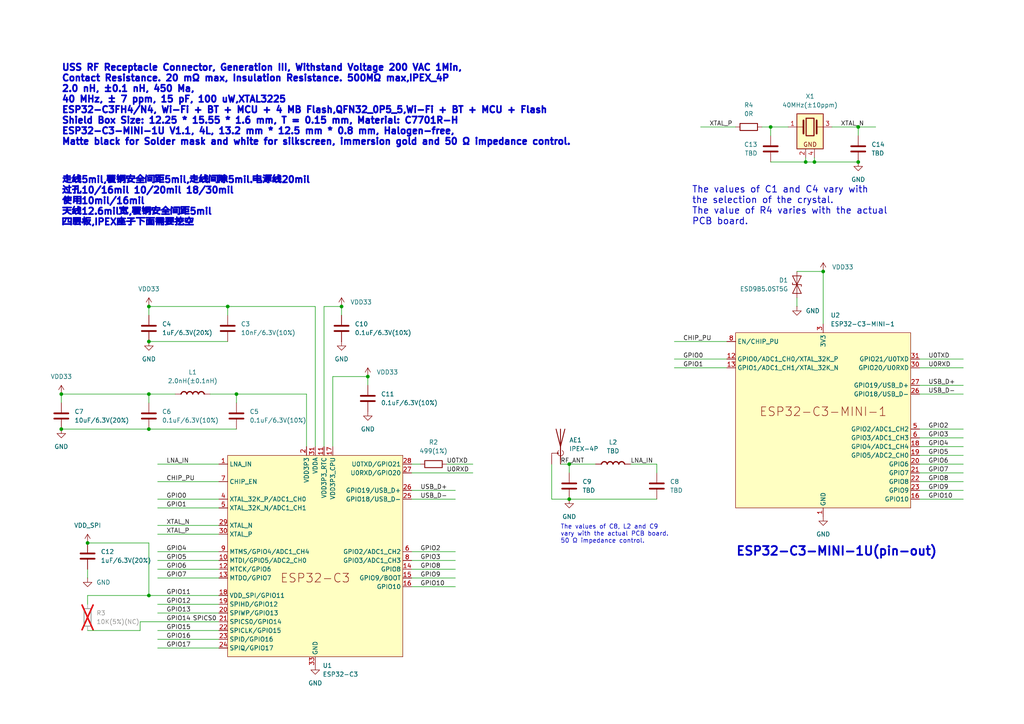
<source format=kicad_sch>
(kicad_sch (version 20250114) (generator "eeschema") (generator_version "9.0")
  (paper "A4")
  (lib_symbols
    (symbol "Device:Antenna_Shield" (pin_numbers (hide yes)) (pin_names (offset 1.016) (hide yes))
      (property "Reference" "AE" (at -1.905 4.445 0))
      (property "Value" "Antenna_Shield" (at -1.905 2.54 0))
      (symbol "Antenna_Shield_0_1"
        (arc (start 0 -2.667) (mid -0.8485 -2.1032) (end -0.508 -1.143))
        (polyline (pts (xy 0 5.08) (xy 0 -3.81)) (stroke (width 0.254)))
        (polyline (pts (xy 0 -2.54) (xy 0 0)))
        (arc (start 0.508 -1.143) (mid 0.8046 -2.0885) (end 0 -2.667))
        (polyline (pts (xy 0.762 -1.905) (xy 2.54 -1.905)))
        (circle (center 0.762 -1.905) (radius 0.1778) (fill (type outline)))
        (polyline (pts (xy 1.27 5.08) (xy 0 0) (xy -1.27 5.08)) (stroke (width 0.254)))
        (polyline (pts (xy 2.54 -2.54) (xy 2.54 -1.905)))
      )
      (symbol "Antenna_Shield_1_1"
        (pin input line (at 0 -5.08 90) (length 2.54) (name "A") (number "1"))
        (pin input line (at 2.54 -5.08 90) (length 2.54) (name "Shield") (number "2"))
      )
    )
    (symbol "Diode:ESD9B5.0ST5G" (pin_numbers (hide yes)) (pin_names (offset 1.016) (hide yes))
      (property "Reference" "D" (at 0 2.54 0))
      (property "Value" "ESD9B5.0ST5G" (at 0 -2.54 0))
      (symbol "ESD9B5.0ST5G_0_1"
        (polyline (pts (xy -2.54 -1.27) (xy 0 0) (xy -2.54 1.27) (xy -2.54 -1.27)) (stroke (width 0.2032)))
        (polyline (pts (xy 0.508 1.27) (xy 0 1.27) (xy 0 -1.27) (xy -0.508 -1.27)) (stroke (width 0.2032)))
        (polyline (pts (xy 1.27 0) (xy -1.27 0)))
        (polyline (pts (xy 2.54 1.27) (xy 2.54 -1.27) (xy 0 0) (xy 2.54 1.27)) (stroke (width 0.2032)))
      )
      (symbol "ESD9B5.0ST5G_1_1"
        (pin passive line (at -3.81 0 0) (length 2.54) (name "A1") (number "1"))
        (pin passive line (at 3.81 0 180) (length 2.54) (name "A2") (number "2"))
      )
    )
    (symbol "PCM_Capacitor_AKL:C_1206" (pin_numbers (hide yes)) (pin_names (offset 0.254))
      (property "Reference" "C" (at 0.635 2.54 0))
      (property "Value" "C_1206" (at 0.635 -2.54 0))
      (symbol "C_1206_0_1"
        (polyline (pts (xy -2.032 0.762) (xy 2.032 0.762)) (stroke (width 0.508)))
        (polyline (pts (xy -2.032 -0.762) (xy 2.032 -0.762)) (stroke (width 0.508)))
      )
      (symbol "C_1206_0_2"
        (polyline (pts (xy -2.54 -2.54) (xy -0.381 -0.381)))
        (polyline (pts (xy -0.508 -0.508) (xy -1.651 0.635)) (stroke (width 0.508)))
        (polyline (pts (xy -0.508 -0.508) (xy 0.635 -1.651)) (stroke (width 0.508)))
        (polyline (pts (xy 0.381 0.381) (xy 2.54 2.54)))
        (polyline (pts (xy 0.508 0.508) (xy -0.635 1.651)) (stroke (width 0.508)))
        (polyline (pts (xy 0.508 0.508) (xy 1.651 -0.635)) (stroke (width 0.508)))
      )
      (symbol "C_1206_1_1"
        (pin passive line (at 0 3.81 270) (length 2.794) (name "~") (number "1"))
        (pin passive line (at 0 -3.81 90) (length 2.794) (name "~") (number "2"))
      )
      (symbol "C_1206_1_2"
        (pin passive line (at -2.54 -2.54 90) (length 0) (name "~") (number "2"))
        (pin passive line (at 2.54 2.54 270) (length 0) (name "~") (number "1"))
      )
    )
    (symbol "PCM_Crystal_AKL:SMD3225-4" (pin_names (offset 1.016) (hide yes))
      (property "Reference" "X" (at 0 8.89 0))
      (property "Value" "SMD3225-4" (at 0 6.35 0))
      (symbol "SMD3225-4_0_1"
        (rectangle (start -3.81 3.81) (end 3.81 -6.35) (stroke (width 0.254)) (fill (type background)))
        (polyline (pts (xy -3.81 0) (xy -1.905 0)))
        (polyline (pts (xy -1.905 -1.905) (xy -1.905 1.905)) (stroke (width 0.508)))
        (rectangle (start -1.143 2.54) (end 1.143 -2.54) (stroke (width 0.3048)))
        (polyline (pts (xy 1.905 -1.905) (xy 1.905 1.905)) (stroke (width 0.508)))
        (polyline (pts (xy 3.81 0) (xy 1.905 0)))
        (text "GND" (at 0 -5.08 0) (effects (font (size 1.27 1.27))))
      )
      (symbol "SMD3225-4_1_1"
        (pin passive line (at -6.35 0 0) (length 2.54) (name "1") (number "1"))
        (pin passive line (at -1.27 -8.89 90) (length 2.54) (name "2") (number "2"))
        (pin passive line (at 1.27 -8.89 90) (length 2.54) (name "4") (number "4"))
        (pin passive line (at 6.35 0 180) (length 2.54) (name "3") (number "3"))
      )
    )
    (symbol "PCM_Elektuur:L" (pin_numbers (hide yes)) (pin_names (offset 0) (hide yes))
      (property "Reference" "L" (at 2.54 3.175 0))
      (property "Value" "L" (at 2.54 -3.175 0))
      (symbol "L_1_0"
        (arc (start 0 3.302) (mid 0.6604 2.5146) (end 0 1.7272) (stroke (width 0.254)))
        (arc (start 0 1.6256) (mid 0.6604 0.8382) (end 0 0.0508) (stroke (width 0.254)))
        (arc (start 0 -0.0508) (mid 0.6604 -0.8382) (end 0 -1.6256) (stroke (width 0.254)))
        (arc (start 0 -1.7272) (mid 0.6604 -2.5146) (end 0 -3.302) (stroke (width 0.254)))
        (arc (start 0 3.4036) (mid 0.762 2.5146) (end 0 1.6256) (stroke (width 0.254)))
        (arc (start 0 1.7272) (mid 0.762 0.8382) (end 0 -0.0508) (stroke (width 0.254)))
        (arc (start 0 0.0508) (mid 0.762 -0.8382) (end 0 -1.7272) (stroke (width 0.254)))
        (arc (start 0 -1.6256) (mid 0.762 -2.5146) (end 0 -3.4036) (stroke (width 0.254)))
        (polyline (pts (xy 0 3.5052) (xy 0 3.302)) (stroke (width 0.254)))
        (polyline (pts (xy 0 1.7272) (xy 0 1.6256)) (stroke (width 0.254)))
        (polyline (pts (xy 0 0.0508) (xy 0 -0.0508)) (stroke (width 0.254)))
        (polyline (pts (xy 0 -1.6256) (xy 0 -1.7272)) (stroke (width 0.254)))
        (polyline (pts (xy 0 -3.302) (xy 0 -3.5052)) (stroke (width 0.254)))
        (pin passive line (at 0 5.08 270) (length 1.5748) (name "+") (number "1"))
        (pin passive line (at 0 -5.08 90) (length 1.5748) (name "-") (number "2"))
      )
      (symbol "L_1_2"
        (rectangle (start 1.524 3.3782) (end 1.9812 -3.3782) (stroke (width 0.254)) (fill (type outline)))
      )
      (symbol "L_1_3"
        (rectangle (start 1.524 3.0988) (end 1.9812 1.9304) (stroke (width 0.254)) (fill (type outline)))
        (rectangle (start 1.524 1.4224) (end 1.9812 0.254) (stroke (width 0.254)) (fill (type outline)))
        (rectangle (start 1.524 -0.254) (end 1.9812 -1.4224) (stroke (width 0.254)) (fill (type outline)))
        (rectangle (start 1.524 -1.9304) (end 1.9812 -3.0988) (stroke (width 0.254)) (fill (type outline)))
      )
    )
    (symbol "PCM_Espressif:ESP32-C3"
      (property "Reference" "U" (at -25.4 35.56 0))
      (property "Value" "ESP32-C3" (at -25.4 33.02 0))
      (symbol "ESP32-C3_0_0"
        (text "ESP32-C3" (at 0 -5.08 0) (effects (font (size 2.54 2.54))))
        (pin bidirectional line (at -27.94 27.94 0) (length 2.54) (name "LNA_IN") (number "1"))
        (pin input line (at -27.94 22.86 0) (length 2.54) (name "CHIP_EN") (number "7"))
        (pin output line (at -27.94 17.78 0) (length 2.54) (name "XTAL_32K_P/ADC1_CH0") (number "4"))
        (pin input line (at -27.94 15.24 0) (length 2.54) (name "XTAL_32K_N/ADC1_CH1") (number "5"))
        (pin output line (at -27.94 10.16 0) (length 2.54) (name "XTAL_N") (number "29"))
        (pin input line (at -27.94 7.62 0) (length 2.54) (name "XTAL_P") (number "30"))
        (pin bidirectional line (at -27.94 2.54 0) (length 2.54) (name "MTMS/GPIO4/ADC1_CH4") (number "9"))
        (pin bidirectional line (at -27.94 0 0) (length 2.54) (name "MTDI/GPIO5/ADC2_CH0") (number "10"))
        (pin bidirectional line (at -27.94 -2.54 0) (length 2.54) (name "MTCK/GPIO6") (number "12"))
        (pin bidirectional line (at -27.94 -5.08 0) (length 2.54) (name "MTDO/GPIO7") (number "13"))
        (pin bidirectional line (at -27.94 -10.16 0) (length 2.54) (name "VDD_SPI/GPIO11") (number "18"))
        (pin bidirectional line (at -27.94 -12.7 0) (length 2.54) (name "SPIHD/GPIO12") (number "19"))
        (pin bidirectional line (at -27.94 -15.24 0) (length 2.54) (name "SPIWP/GPIO13") (number "20"))
        (pin bidirectional line (at -27.94 -17.78 0) (length 2.54) (name "SPICS0/GPIO14") (number "21"))
        (pin bidirectional line (at -27.94 -20.32 0) (length 2.54) (name "SPICLK/GPIO15") (number "22"))
        (pin bidirectional line (at -27.94 -22.86 0) (length 2.54) (name "SPID/GPIO16") (number "23"))
        (pin bidirectional line (at -27.94 -25.4 0) (length 2.54) (name "SPIQ/GPIO17") (number "24"))
        (pin power_in line (at -2.54 33.02 270) (length 2.54) (name "VDD3P3") (number "2"))
        (pin power_in line (at 0 33.02 270) (length 2.54) (name "VDDA") (number "31"))
        (pin power_in line (at 0 -30.48 90) (length 2.54) (name "GND") (number "33"))
        (pin power_in line (at 2.54 33.02 270) (length 2.54) (name "VDD3P3_RTC") (number "11"))
        (pin power_in line (at 5.08 33.02 270) (length 2.54) (name "VDD3P3_CPU") (number "17"))
        (pin bidirectional line (at 27.94 27.94 180) (length 2.54) (name "U0TXD/GPIO21") (number "28"))
        (pin bidirectional line (at 27.94 25.4 180) (length 2.54) (name "U0RXD/GPIO20") (number "27"))
        (pin bidirectional line (at 27.94 20.32 180) (length 2.54) (name "GPIO19/USB_D+") (number "26"))
        (pin bidirectional line (at 27.94 17.78 180) (length 2.54) (name "GPIO18/USB_D-") (number "25"))
        (pin bidirectional line (at 27.94 2.54 180) (length 2.54) (name "GPIO2/ADC1_CH2") (number "6"))
        (pin bidirectional line (at 27.94 0 180) (length 2.54) (name "GPIO3/ADC1_CH3") (number "8"))
        (pin bidirectional line (at 27.94 -2.54 180) (length 2.54) (name "GPIO8") (number "14"))
        (pin bidirectional line (at 27.94 -5.08 180) (length 2.54) (name "GPIO9/BOOT") (number "15"))
        (pin bidirectional line (at 27.94 -7.62 180) (length 2.54) (name "GPIO10") (number "16"))
      )
      (symbol "ESP32-C3_0_1"
        (rectangle (start -25.4 30.48) (end 25.4 -27.94) (fill (type background)))
        (pin passive line (at -2.54 33.02 270) (length 2.54) (hide yes) (name "VDD3P3") (number "3"))
        (pin passive line (at 0 33.02 270) (length 2.54) (hide yes) (name "VDDA") (number "32"))
      )
    )
    (symbol "PCM_Espressif:ESP32-C3-MINI-1"
      (property "Reference" "U" (at -25.4 30.48 0))
      (property "Value" "ESP32-C3-MINI-1" (at -25.4 27.94 0))
      (symbol "ESP32-C3-MINI-1_0_0"
        (text "ESP32-C3-MINI-1" (at 0 2.54 0) (effects (font (size 2.54 2.54))))
      )
      (symbol "ESP32-C3-MINI-1_0_1"
        (rectangle (start -25.4 25.4) (end 25.4 -25.4) (fill (type background)))
      )
      (symbol "ESP32-C3-MINI-1_1_1"
        (pin input line (at -27.94 22.86 0) (length 2.54) (name "EN/CHIP_PU") (number "8"))
        (pin bidirectional line (at -27.94 17.78 0) (length 2.54) (name "GPIO0/ADC1_CH0/XTAL_32K_P") (number "12"))
        (pin bidirectional line (at -27.94 15.24 0) (length 2.54) (name "GPIO1/ADC1_CH1/XTAL_32K_N") (number "13"))
        (pin no_connect line (at -25.4 10.16 0) (length 2.54) (hide yes) (name "NC") (number "4"))
        (pin no_connect line (at -25.4 7.62 0) (length 2.54) (hide yes) (name "NC") (number "7"))
        (pin no_connect line (at -25.4 5.08 0) (length 2.54) (hide yes) (name "NC") (number "9"))
        (pin no_connect line (at -25.4 2.54 0) (length 2.54) (hide yes) (name "NC") (number "10"))
        (pin no_connect line (at -25.4 0 0) (length 2.54) (hide yes) (name "NC") (number "15"))
        (pin no_connect line (at -25.4 -2.54 0) (length 2.54) (hide yes) (name "NC") (number "17"))
        (pin no_connect line (at -25.4 -5.08 0) (length 2.54) (hide yes) (name "NC") (number "24"))
        (pin no_connect line (at -25.4 -7.62 0) (length 2.54) (hide yes) (name "NC") (number "25"))
        (pin no_connect line (at -25.4 -10.16 0) (length 2.54) (hide yes) (name "NC") (number "28"))
        (pin no_connect line (at -25.4 -12.7 0) (length 2.54) (hide yes) (name "NC") (number "29"))
        (pin no_connect line (at -25.4 -15.24 0) (length 2.54) (hide yes) (name "NC") (number "32"))
        (pin no_connect line (at -25.4 -17.78 0) (length 2.54) (hide yes) (name "NC") (number "33"))
        (pin no_connect line (at -25.4 -20.32 0) (length 2.54) (hide yes) (name "NC") (number "34"))
        (pin no_connect line (at -25.4 -22.86 0) (length 2.54) (hide yes) (name "NC") (number "35"))
        (pin power_in line (at 0 27.94 270) (length 2.54) (name "3V3") (number "3"))
        (pin power_in line (at 0 -27.94 90) (length 2.54) (name "GND") (number "1"))
        (pin passive line (at 0 -27.94 90) (length 2.54) (hide yes) (name "GND") (number "11"))
        (pin passive line (at 0 -27.94 90) (length 2.54) (hide yes) (name "GND") (number "14"))
        (pin passive line (at 0 -27.94 90) (length 2.54) (hide yes) (name "GND") (number "2"))
        (pin passive line (at 0 -27.94 90) (length 2.54) (hide yes) (name "GND") (number "36"))
        (pin passive line (at 0 -27.94 90) (length 2.54) (hide yes) (name "GND") (number "37"))
        (pin passive line (at 0 -27.94 90) (length 2.54) (hide yes) (name "GND") (number "38"))
        (pin passive line (at 0 -27.94 90) (length 2.54) (hide yes) (name "GND") (number "39"))
        (pin passive line (at 0 -27.94 90) (length 2.54) (hide yes) (name "GND") (number "40"))
        (pin passive line (at 0 -27.94 90) (length 2.54) (hide yes) (name "GND") (number "41"))
        (pin passive line (at 0 -27.94 90) (length 2.54) (hide yes) (name "GND") (number "42"))
        (pin passive line (at 0 -27.94 90) (length 2.54) (hide yes) (name "GND") (number "43"))
        (pin passive line (at 0 -27.94 90) (length 2.54) (hide yes) (name "GND") (number "44"))
        (pin passive line (at 0 -27.94 90) (length 2.54) (hide yes) (name "GND") (number "45"))
        (pin passive line (at 0 -27.94 90) (length 2.54) (hide yes) (name "GND") (number "46"))
        (pin passive line (at 0 -27.94 90) (length 2.54) (hide yes) (name "GND") (number "47"))
        (pin passive line (at 0 -27.94 90) (length 2.54) (hide yes) (name "GND") (number "48"))
        (pin passive line (at 0 -27.94 90) (length 2.54) (hide yes) (name "GND") (number "49"))
        (pin passive line (at 0 -27.94 90) (length 2.54) (hide yes) (name "GND") (number "50"))
        (pin passive line (at 0 -27.94 90) (length 2.54) (hide yes) (name "GND") (number "51"))
        (pin passive line (at 0 -27.94 90) (length 2.54) (hide yes) (name "GND") (number "52"))
        (pin passive line (at 0 -27.94 90) (length 2.54) (hide yes) (name "GND") (number "53"))
        (pin bidirectional line (at 27.94 17.78 180) (length 2.54) (name "GPIO21/U0TXD") (number "31"))
        (pin bidirectional line (at 27.94 15.24 180) (length 2.54) (name "GPIO20/U0RXD") (number "30"))
        (pin bidirectional line (at 27.94 10.16 180) (length 2.54) (name "GPIO19/USB_D+") (number "27"))
        (pin bidirectional line (at 27.94 7.62 180) (length 2.54) (name "GPIO18/USB_D-") (number "26"))
        (pin bidirectional line (at 27.94 -2.54 180) (length 2.54) (name "GPIO2/ADC1_CH2") (number "5"))
        (pin bidirectional line (at 27.94 -5.08 180) (length 2.54) (name "GPIO3/ADC1_CH3") (number "6"))
        (pin bidirectional line (at 27.94 -7.62 180) (length 2.54) (name "GPIO4/ADC1_CH4") (number "18"))
        (pin bidirectional line (at 27.94 -10.16 180) (length 2.54) (name "GPIO5/ADC2_CH0") (number "19"))
        (pin bidirectional line (at 27.94 -12.7 180) (length 2.54) (name "GPIO6") (number "20"))
        (pin bidirectional line (at 27.94 -15.24 180) (length 2.54) (name "GPIO7") (number "21"))
        (pin bidirectional line (at 27.94 -17.78 180) (length 2.54) (name "GPIO8") (number "22"))
        (pin bidirectional line (at 27.94 -20.32 180) (length 2.54) (name "GPIO9") (number "23"))
        (pin bidirectional line (at 27.94 -22.86 180) (length 2.54) (name "GPIO10") (number "16"))
      )
    )
    (symbol "PCM_Resistor_AKL:R_1206" (pin_numbers (hide yes)) (pin_names (offset 0))
      (property "Reference" "R" (at 2.54 1.27 0))
      (property "Value" "R_1206" (at 2.54 -1.27 0))
      (symbol "R_1206_0_1"
        (rectangle (start -1.016 2.54) (end 1.016 -2.54) (stroke (width 0.254)))
      )
      (symbol "R_1206_0_2"
        (polyline (pts (xy -2.54 -2.54) (xy -1.524 -1.524)))
        (polyline (pts (xy 1.524 1.524) (xy 2.54 2.54)))
        (polyline (pts (xy 1.524 1.524) (xy 0.889 2.159) (xy -2.159 -0.889) (xy -0.889 -2.159) (xy 2.159 0.889) (xy 1.524 1.524)) (stroke (width 0.254)))
      )
      (symbol "R_1206_1_1"
        (pin passive line (at 0 3.81 270) (length 1.27) (name "~") (number "1"))
        (pin passive line (at 0 -3.81 90) (length 1.27) (name "~") (number "2"))
      )
      (symbol "R_1206_1_2"
        (pin passive line (at -2.54 -2.54 0) (length 0) (name "") (number "2"))
        (pin passive line (at 2.54 2.54 180) (length 0) (name "") (number "1"))
      )
    )
    (symbol "power:+3.3V" (power) (pin_numbers (hide yes)) (pin_names (offset 0) (hide yes))
      (property "Value" "+3.3V" (at 0 3.556 0))
      (symbol "+3.3V_0_1"
        (polyline (pts (xy -0.762 1.27) (xy 0 2.54)))
        (polyline (pts (xy 0 2.54) (xy 0.762 1.27)))
        (polyline (pts (xy 0 0) (xy 0 2.54)))
      )
      (symbol "+3.3V_1_1"
        (pin power_in line (at 0 0 90) (length 0) (name "~") (number "1"))
      )
    )
    (symbol "power:GND" (power) (pin_numbers (hide yes)) (pin_names (offset 0) (hide yes))
      (property "Value" "GND" (at 0 -3.81 0))
      (symbol "GND_0_1"
        (polyline (pts (xy 0 0) (xy 0 -1.27) (xy 1.27 -1.27) (xy 0 -2.54) (xy -1.27 -1.27) (xy 0 -1.27)))
      )
      (symbol "GND_1_1"
        (pin power_in line (at 0 0 270) (length 0) (name "~") (number "1"))
      )
    )
  )
  (text "The values of C8, L2 and C9\nvary with the actual PCB board.\n50 Ω impedance control." (exclude_from_sim yes) (at 162.56 154.94 0) (effects (font (size 1.27 1.27) (thickness 0.1588)) (justify left)))
  (text "ESP32-C3-MINI-1U(pin-out)" (exclude_from_sim yes) (at 213.36 160.02 0) (effects (font (size 2.54 2.54) (thickness 0.508) (bold yes)) (justify left)))
  (text "USS RF Receptacle Connector, Generation III, Withstand Voltage 200 VAC 1Min, \nContact Resistance. 20 mΩ max, Insulation Resistance. 500MΩ max,IPEX_4P\n2.0 nH, ±0.1 nH, 450 Ma,\n40 MHz, ± 7 ppm, 15 pF, 100 uW,XTAL3225\nESP32-C3FH4/N4, Wi-Fi + BT + MCU + 4 MB Flash,QFN32_0P5_5,Wi-Fi + BT + MCU + Flash\nShield Box Size: 12.25 * 15.55 * 1.6 mm, T = 0.15 mm, Material: C7701R-H\nESP32-C3-MINI-1U V1.1, 4L, 13.2 mm * 12.5 mm * 0.8 mm, Halogen-free, \nMatte black for Solder mask and white for silkscreen, immersion gold and 50 Ω impedance control." (exclude_from_sim yes) (at 17.78 30.48 0) (effects (font (size 1.905 1.905) (thickness 0.508) (bold yes)) (justify left)))
  (text "The values of C1 and C4 vary with\nthe selection of the crystal.\nThe value of R4 varies with the actual\nPCB board." (exclude_from_sim yes) (at 200.66 59.69 0) (effects (font (size 1.905 1.905) (thickness 0.2381)) (justify left)))
  (text "走线5mil,覆铜安全间距5mil,走线间隙5mil.电源线20mil\n过孔10/16mil 10/20mil 18/30mil\n使用10mil/16mil\n天线12.6mil宽,覆铜安全间距5mil\n四层板,IPEX座子下面需要挖空" (exclude_from_sim yes) (at 17.78 58.42 0) (effects (font (size 1.905 1.905) (thickness 0.508) (bold yes)) (justify left)))
  (junction (at 43.18 88.9))
  (junction (at 165.1 134.62))
  (junction (at 17.78 114.3))
  (junction (at 25.4 157.48))
  (junction (at 248.92 46.99))
  (junction (at 66.04 88.9))
  (junction (at 165.1 144.78))
  (junction (at 233.68 46.99))
  (junction (at 106.68 109.22))
  (junction (at 43.18 172.72))
  (junction (at 43.18 114.3))
  (junction (at 248.92 36.83))
  (junction (at 223.52 36.83))
  (junction (at 17.78 124.46))
  (junction (at 238.76 78.74))
  (junction (at 68.58 114.3))
  (junction (at 99.06 88.9))
  (junction (at 43.18 124.46))
  (junction (at 43.18 99.06))
  (junction (at 236.22 46.99))
  (wire (pts (xy 190.5 144.78) (xy 165.1 144.78)))
  (wire (pts (xy 17.78 124.46) (xy 43.18 124.46)))
  (wire (pts (xy 68.58 116.84) (xy 68.58 114.3)))
  (wire (pts (xy 279.4 139.7) (xy 266.7 139.7)))
  (wire (pts (xy 93.98 129.54) (xy 93.98 88.9)))
  (wire (pts (xy 45.72 182.88) (xy 63.5 182.88)))
  (wire (pts (xy 43.18 124.46) (xy 68.58 124.46)))
  (wire (pts (xy 160.02 134.62) (xy 160.02 144.78)))
  (wire (pts (xy 45.72 154.94) (xy 63.5 154.94)))
  (wire (pts (xy 17.78 114.3) (xy 17.78 116.84)))
  (wire (pts (xy 279.4 129.54) (xy 266.7 129.54)))
  (wire (pts (xy 25.4 172.72) (xy 43.18 172.72)))
  (wire (pts (xy 119.38 160.02) (xy 132.08 160.02)))
  (wire (pts (xy 233.68 45.72) (xy 233.68 46.99)))
  (wire (pts (xy 88.9 114.3) (xy 88.9 129.54)))
  (wire (pts (xy 236.22 46.99) (xy 248.92 46.99)))
  (wire (pts (xy 45.72 134.62) (xy 63.5 134.62)))
  (wire (pts (xy 279.4 114.3) (xy 266.7 114.3)))
  (wire (pts (xy 165.1 134.62) (xy 165.1 137.16)))
  (wire (pts (xy 233.68 46.99) (xy 236.22 46.99)))
  (wire (pts (xy 40.64 180.34) (xy 63.5 180.34)))
  (wire (pts (xy 66.04 88.9) (xy 66.04 91.44)))
  (wire (pts (xy 25.4 172.72) (xy 25.4 175.26)))
  (wire (pts (xy 119.38 142.24) (xy 132.08 142.24)))
  (wire (pts (xy 45.72 152.4) (xy 63.5 152.4)))
  (wire (pts (xy 119.38 165.1) (xy 132.08 165.1)))
  (wire (pts (xy 279.4 106.68) (xy 266.7 106.68)))
  (wire (pts (xy 91.44 88.9) (xy 66.04 88.9)))
  (wire (pts (xy 279.4 144.78) (xy 266.7 144.78)))
  (wire (pts (xy 45.72 139.7) (xy 63.5 139.7)))
  (wire (pts (xy 279.4 104.14) (xy 266.7 104.14)))
  (wire (pts (xy 195.58 106.68) (xy 210.82 106.68)))
  (wire (pts (xy 160.02 144.78) (xy 165.1 144.78)))
  (wire (pts (xy 45.72 187.96) (xy 63.5 187.96)))
  (wire (pts (xy 119.38 134.62) (xy 121.92 134.62)))
  (wire (pts (xy 223.52 36.83) (xy 223.52 39.37)))
  (wire (pts (xy 96.52 129.54) (xy 96.52 109.22)))
  (wire (pts (xy 60.96 114.3) (xy 68.58 114.3)))
  (wire (pts (xy 119.38 162.56) (xy 132.08 162.56)))
  (wire (pts (xy 248.92 36.83) (xy 254 36.83)))
  (wire (pts (xy 279.4 127) (xy 266.7 127)))
  (wire (pts (xy 45.72 175.26) (xy 63.5 175.26)))
  (wire (pts (xy 45.72 167.64) (xy 63.5 167.64)))
  (wire (pts (xy 25.4 165.1) (xy 25.4 167.64)))
  (wire (pts (xy 279.4 134.62) (xy 266.7 134.62)))
  (wire (pts (xy 43.18 88.9) (xy 43.18 91.44)))
  (wire (pts (xy 43.18 114.3) (xy 43.18 116.84)))
  (wire (pts (xy 40.64 182.88) (xy 25.4 182.88)))
  (wire (pts (xy 195.58 99.06) (xy 210.82 99.06)))
  (wire (pts (xy 195.58 104.14) (xy 210.82 104.14)))
  (wire (pts (xy 119.38 170.18) (xy 132.08 170.18)))
  (wire (pts (xy 93.98 88.9) (xy 99.06 88.9)))
  (wire (pts (xy 43.18 99.06) (xy 66.04 99.06)))
  (wire (pts (xy 119.38 137.16) (xy 137.16 137.16)))
  (wire (pts (xy 45.72 160.02) (xy 63.5 160.02)))
  (wire (pts (xy 231.14 86.36) (xy 231.14 88.9)))
  (wire (pts (xy 238.76 78.74) (xy 238.76 93.98)))
  (wire (pts (xy 66.04 88.9) (xy 43.18 88.9)))
  (wire (pts (xy 220.98 36.83) (xy 223.52 36.83)))
  (wire (pts (xy 45.72 177.8) (xy 63.5 177.8)))
  (wire (pts (xy 231.14 78.74) (xy 238.76 78.74)))
  (wire (pts (xy 279.4 111.76) (xy 266.7 111.76)))
  (wire (pts (xy 203.2 36.83) (xy 213.36 36.83)))
  (wire (pts (xy 129.54 134.62) (xy 137.16 134.62)))
  (wire (pts (xy 223.52 36.83) (xy 228.6 36.83)))
  (wire (pts (xy 223.52 46.99) (xy 233.68 46.99)))
  (wire (pts (xy 45.72 185.42) (xy 63.5 185.42)))
  (wire (pts (xy 241.3 36.83) (xy 248.92 36.83)))
  (wire (pts (xy 119.38 144.78) (xy 132.08 144.78)))
  (wire (pts (xy 248.92 36.83) (xy 248.92 39.37)))
  (wire (pts (xy 45.72 144.78) (xy 63.5 144.78)))
  (wire (pts (xy 106.68 109.22) (xy 106.68 111.76)))
  (wire (pts (xy 43.18 172.72) (xy 63.5 172.72)))
  (wire (pts (xy 43.18 114.3) (xy 50.8 114.3)))
  (wire (pts (xy 40.64 180.34) (xy 40.64 182.88)))
  (wire (pts (xy 17.78 114.3) (xy 43.18 114.3)))
  (wire (pts (xy 25.4 157.48) (xy 43.18 157.48)))
  (wire (pts (xy 182.88 134.62) (xy 190.5 134.62)))
  (wire (pts (xy 279.4 137.16) (xy 266.7 137.16)))
  (wire (pts (xy 99.06 88.9) (xy 99.06 91.44)))
  (wire (pts (xy 162.56 134.62) (xy 165.1 134.62)))
  (wire (pts (xy 236.22 45.72) (xy 236.22 46.99)))
  (wire (pts (xy 45.72 147.32) (xy 63.5 147.32)))
  (wire (pts (xy 165.1 134.62) (xy 172.72 134.62)))
  (wire (pts (xy 91.44 129.54) (xy 91.44 88.9)))
  (wire (pts (xy 45.72 165.1) (xy 63.5 165.1)))
  (wire (pts (xy 190.5 134.62) (xy 190.5 137.16)))
  (wire (pts (xy 279.4 132.08) (xy 266.7 132.08)))
  (wire (pts (xy 279.4 124.46) (xy 266.7 124.46)))
  (wire (pts (xy 279.4 142.24) (xy 266.7 142.24)))
  (wire (pts (xy 68.58 114.3) (xy 88.9 114.3)))
  (wire (pts (xy 43.18 157.48) (xy 43.18 172.72)))
  (wire (pts (xy 96.52 109.22) (xy 106.68 109.22)))
  (wire (pts (xy 119.38 167.64) (xy 132.08 167.64)))
  (wire (pts (xy 45.72 162.56) (xy 63.5 162.56)))
  (label "XTAL_N" (at 243.84 36.83 0))
  (label "GPIO3" (at 269.24 127 0))
  (label "CHIP_PU" (at 198.12 99.06 0))
  (label "U0TXD" (at 269.24 104.14 0))
  (label "GPIO10" (at 269.24 144.78 0))
  (label "GPIO1" (at 48.26 147.32 0))
  (label "XTAL_P" (at 205.74 36.83 0))
  (label "USB_D+" (at 121.92 142.24 0))
  (label "LNA_IN" (at 48.26 134.62 0))
  (label "XTAL_N" (at 48.26 152.4 0))
  (label "U0RXD" (at 269.24 106.68 0))
  (label "USB_D-" (at 121.92 144.78 0))
  (label "GPIO7" (at 48.26 167.64 0))
  (label "GPIO14" (at 48.26 180.34 0))
  (label "GPIO9" (at 121.92 167.64 0))
  (label "XTAL_P" (at 48.26 154.94 0))
  (label "GPIO10" (at 121.92 170.18 0))
  (label "GPIO4" (at 269.24 129.54 0))
  (label "GPIO1" (at 198.12 106.68 0))
  (label "LNA_IN" (at 182.88 134.62 0))
  (label "U0RXD" (at 129.54 137.16 0))
  (label "GPIO9" (at 269.24 142.24 0))
  (label "USB_D-" (at 269.24 114.3 0))
  (label "GPIO5" (at 269.24 132.08 0))
  (label "GPIO6" (at 269.24 134.62 0))
  (label "GPIO15" (at 48.26 182.88 0))
  (label "GPIO5" (at 48.26 162.56 0))
  (label "GPIO12" (at 48.26 175.26 0))
  (label "GPIO3" (at 121.92 162.56 0))
  (label "GPIO8" (at 121.92 165.1 0))
  (label "USB_D+" (at 269.24 111.76 0))
  (label "U0TXD" (at 129.54 134.62 0))
  (label "GPIO2" (at 121.92 160.02 0))
  (label "GPIO11" (at 48.26 172.72 0))
  (label "CHIP_PU" (at 48.26 139.7 0))
  (label "GPIO17" (at 48.26 187.96 0))
  (label "SPICS0" (at 55.88 180.34 0))
  (label "GPIO2" (at 269.24 124.46 0))
  (label "GPIO0" (at 48.26 144.78 0))
  (label "GPIO16" (at 48.26 185.42 0))
  (label "GPIO6" (at 48.26 165.1 0))
  (label "RF_ANT" (at 162.56 134.62 0))
  (label "GPIO8" (at 269.24 139.7 0))
  (label "GPIO4" (at 48.26 160.02 0))
  (label "GPIO7" (at 269.24 137.16 0))
  (label "GPIO13" (at 48.26 177.8 0))
  (label "GPIO0" (at 198.12 104.14 0))
  (symbol (lib_id "Diode:ESD9B5.0ST5G") (at 231.14 82.55 90) (unit 1)
    (property "Reference" "D1" (at 228.6 81.2799 90) (effects (justify left)))
    (property "Value" "ESD9B5.0ST5G" (at 228.6 83.8199 90) (effects (justify left)))
    (property "Footprint" "Diode_SMD:D_SOD-923" (effects (hide yes)))
    (property "Datasheet" "https://www.onsemi.com/pub/Collateral/ESD9B-D.PDF" (effects (hide yes)))
    (property "Description" "ESD protection diode, 5.0Vrwm, SOD-923" (effects (hide yes)))
  )
  (symbol (lib_id "power:+3.3V") (at 238.76 78.74 0) (unit 1)
    (property "Reference" "#PWR03" (effects (hide yes)))
    (property "Value" "VDD33" (at 241.3 77.4699 0) (effects (justify left)))
    (property "Description" "Power symbol creates a global label with name \"+3.3V\"" (effects (hide yes)))
  )
  (symbol (lib_id "power:GND") (at 17.78 124.46 0) (unit 1)
    (property "Reference" "#PWR09" (effects (hide yes)))
    (property "Value" "GND" (at 17.78 129.54 0))
    (property "Description" "Power symbol creates a global label with name \"GND\" , ground" (effects (hide yes)))
  )
  (symbol (lib_id "PCM_Elektuur:L") (at 177.8 134.62 90) (unit 1)
    (property "Reference" "L2" (at 177.8 128.27 90))
    (property "Value" "TBD" (at 177.8 130.81 90))
    (property "Description" "coil/winding/inductor/choke/reactor" (effects (hide yes)))
    (property "Indicator" "●" (effects (hide yes)))
    (property "Rating" "A" (effects (hide yes)))
  )
  (symbol (lib_id "PCM_Capacitor_AKL:C_1206") (at 17.78 120.65 0) (unit 1)
    (property "Reference" "C7" (at 21.59 119.3799 0) (effects (justify left)))
    (property "Value" "10uF/6.3V(20%)" (at 21.59 121.9199 0) (effects (justify left)))
    (property "Footprint" "PCM_Capacitor_SMD_AKL:C_1206_3216Metric" (effects (hide yes)))
    (property "Description" "SMD 1206 MLCC capacitor, Alternate KiCad Library" (effects (hide yes)))
  )
  (symbol (lib_id "PCM_Capacitor_AKL:C_1206") (at 66.04 95.25 0) (unit 1)
    (property "Reference" "C3" (at 69.85 93.9799 0) (effects (justify left)))
    (property "Value" "10nF/6.3V(10%)" (at 69.85 96.5199 0) (effects (justify left)))
    (property "Footprint" "PCM_Capacitor_SMD_AKL:C_1206_3216Metric" (effects (hide yes)))
    (property "Description" "SMD 1206 MLCC capacitor, Alternate KiCad Library" (effects (hide yes)))
  )
  (symbol (lib_id "power:+3.3V") (at 99.06 88.9 0) (unit 1)
    (property "Reference" "#PWR013" (effects (hide yes)))
    (property "Value" "VDD33" (at 101.6 87.6299 0) (effects (justify left)))
    (property "Description" "Power symbol creates a global label with name \"+3.3V\"" (effects (hide yes)))
  )
  (symbol (lib_id "power:GND") (at 91.44 193.04 0) (unit 1)
    (property "Reference" "#PWR01" (effects (hide yes)))
    (property "Value" "GND" (at 91.44 198.12 0))
    (property "Description" "Power symbol creates a global label with name \"GND\" , ground" (effects (hide yes)))
  )
  (symbol (lib_id "PCM_Capacitor_AKL:C_1206") (at 190.5 140.97 0) (unit 1)
    (property "Reference" "C8" (at 194.31 139.6999 0) (effects (justify left)))
    (property "Value" "TBD" (at 194.31 142.2399 0) (effects (justify left)))
    (property "Footprint" "PCM_Capacitor_SMD_AKL:C_1206_3216Metric" (effects (hide yes)))
    (property "Description" "SMD 1206 MLCC capacitor, Alternate KiCad Library" (effects (hide yes)))
  )
  (symbol (lib_id "power:+3.3V") (at 43.18 88.9 0) (unit 1)
    (property "Reference" "#PWR08" (effects (hide yes)))
    (property "Value" "VDD33" (at 43.18 83.82 0))
    (property "Description" "Power symbol creates a global label with name \"+3.3V\"" (effects (hide yes)))
  )
  (symbol (lib_id "power:GND") (at 99.06 99.06 0) (unit 1)
    (property "Reference" "#PWR012" (effects (hide yes)))
    (property "Value" "GND" (at 99.06 104.14 0))
    (property "Description" "Power symbol creates a global label with name \"GND\" , ground" (effects (hide yes)))
  )
  (symbol (lib_id "PCM_Crystal_AKL:SMD3225-4") (at 234.95 36.83 0) (unit 1)
    (property "Reference" "X1" (at 234.95 27.94 0))
    (property "Value" "40MHz(±10ppm)" (at 234.95 30.48 0))
    (property "Footprint" "PCM_Crystal_AKL:Crystal_SMD_3225-4Pin_3.2x2.5mm" (effects (hide yes)))
    (property "Description" "SMD Quartz crystal, 4 terminals, 3.2mm x 2.5mm, Alternate KiCad Library" (effects (hide yes)))
  )
  (symbol (lib_id "power:GND") (at 25.4 167.64 0) (unit 1)
    (property "Reference" "#PWR015" (effects (hide yes)))
    (property "Value" "GND" (at 27.94 168.9099 0) (effects (justify left)))
    (property "Description" "Power symbol creates a global label with name \"GND\" , ground" (effects (hide yes)))
  )
  (symbol (lib_id "power:GND") (at 238.76 149.86 0) (unit 1)
    (property "Reference" "#PWR02" (effects (hide yes)))
    (property "Value" "GND" (at 238.76 154.94 0))
    (property "Description" "Power symbol creates a global label with name \"GND\" , ground" (effects (hide yes)))
  )
  (symbol (lib_id "power:GND") (at 248.92 46.99 0) (unit 1)
    (property "Reference" "#PWR018" (effects (hide yes)))
    (property "Value" "GND" (at 248.92 52.07 0))
    (property "Description" "Power symbol creates a global label with name \"GND\" , ground" (effects (hide yes)))
  )
  (symbol (lib_id "PCM_Capacitor_AKL:C_1206") (at 43.18 120.65 0) (unit 1)
    (property "Reference" "C6" (at 46.99 119.3799 0) (effects (justify left)))
    (property "Value" "0.1uF/6.3V(10%)" (at 46.99 121.9199 0) (effects (justify left)))
    (property "Footprint" "PCM_Capacitor_SMD_AKL:C_1206_3216Metric" (effects (hide yes)))
    (property "Description" "SMD 1206 MLCC capacitor, Alternate KiCad Library" (effects (hide yes)))
  )
  (symbol (lib_id "PCM_Capacitor_AKL:C_1206") (at 43.18 95.25 0) (unit 1)
    (property "Reference" "C4" (at 46.99 93.9799 0) (effects (justify left)))
    (property "Value" "1uF/6.3V(20%)" (at 46.99 96.5199 0) (effects (justify left)))
    (property "Footprint" "PCM_Capacitor_SMD_AKL:C_1206_3216Metric" (effects (hide yes)))
    (property "Description" "SMD 1206 MLCC capacitor, Alternate KiCad Library" (effects (hide yes)))
  )
  (symbol (lib_id "PCM_Capacitor_AKL:C_1206") (at 99.06 95.25 0) (unit 1)
    (property "Reference" "C10" (at 102.87 93.9799 0) (effects (justify left)))
    (property "Value" "0.1uF/6.3V(10%)" (at 102.87 96.5199 0) (effects (justify left)))
    (property "Footprint" "PCM_Capacitor_SMD_AKL:C_1206_3216Metric" (effects (hide yes)))
    (property "Description" "SMD 1206 MLCC capacitor, Alternate KiCad Library" (effects (hide yes)))
  )
  (symbol (lib_id "PCM_Capacitor_AKL:C_1206") (at 248.92 43.18 0) (mirror y) (unit 1)
    (property "Reference" "C14" (at 252.73 41.9099 0) (effects (justify right)))
    (property "Value" "TBD" (at 252.73 44.4499 0) (effects (justify right)))
    (property "Footprint" "PCM_Capacitor_SMD_AKL:C_1206_3216Metric" (effects (hide yes)))
    (property "Description" "SMD 1206 MLCC capacitor, Alternate KiCad Library" (effects (hide yes)))
  )
  (symbol (lib_id "power:GND") (at 165.1 144.78 0) (unit 1)
    (property "Reference" "#PWR011" (effects (hide yes)))
    (property "Value" "GND" (at 165.1 149.86 0))
    (property "Description" "Power symbol creates a global label with name \"GND\" , ground" (effects (hide yes)))
  )
  (symbol (lib_id "power:GND") (at 43.18 99.06 0) (unit 1)
    (property "Reference" "#PWR07" (effects (hide yes)))
    (property "Value" "GND" (at 43.18 104.14 0))
    (property "Description" "Power symbol creates a global label with name \"GND\" , ground" (effects (hide yes)))
  )
  (symbol (lib_id "PCM_Capacitor_AKL:C_1206") (at 25.4 161.29 0) (unit 1)
    (property "Reference" "C12" (at 29.21 160.0199 0) (effects (justify left)))
    (property "Value" "1uF/6.3V(20%)" (at 29.21 162.5599 0) (effects (justify left)))
    (property "Footprint" "PCM_Capacitor_SMD_AKL:C_1206_3216Metric" (effects (hide yes)))
    (property "Description" "SMD 1206 MLCC capacitor, Alternate KiCad Library" (effects (hide yes)))
  )
  (symbol (lib_id "PCM_Espressif:ESP32-C3-MINI-1") (at 238.76 121.92 0) (unit 1)
    (property "Reference" "U2" (at 240.9033 91.44 0) (effects (justify left)))
    (property "Value" "ESP32-C3-MINI-1" (at 240.9033 93.98 0) (effects (justify left)))
    (property "Footprint" "PCM_Espressif:ESP32-C3-MINI-1" (effects (hide yes)))
    (property "Datasheet" "https://www.espressif.com/sites/default/files/documentation/esp32-c3-mini-1_datasheet_en.pdf" (effects (hide yes)))
    (property "Description" "ESP32-C3-MINI-1 family is an ultra-low-power MCU-based SoC solution that supports 2.4 GHz Wi-Fi and Bluetooth®Low Energy (Bluetooth LE)." (effects (hide yes)))
  )
  (symbol (lib_id "PCM_Capacitor_AKL:C_1206") (at 165.1 140.97 0) (unit 1)
    (property "Reference" "C9" (at 168.91 139.6999 0) (effects (justify left)))
    (property "Value" "TBD" (at 168.91 142.2399 0) (effects (justify left)))
    (property "Footprint" "PCM_Capacitor_SMD_AKL:C_1206_3216Metric" (effects (hide yes)))
    (property "Description" "SMD 1206 MLCC capacitor, Alternate KiCad Library" (effects (hide yes)))
  )
  (symbol (lib_id "PCM_Capacitor_AKL:C_1206") (at 68.58 120.65 0) (unit 1)
    (property "Reference" "C5" (at 72.39 119.3799 0) (effects (justify left)))
    (property "Value" "0.1uF/6.3V(10%)" (at 72.39 121.9199 0) (effects (justify left)))
    (property "Footprint" "PCM_Capacitor_SMD_AKL:C_1206_3216Metric" (effects (hide yes)))
    (property "Description" "SMD 1206 MLCC capacitor, Alternate KiCad Library" (effects (hide yes)))
  )
  (symbol (lib_id "Device:Antenna_Shield") (at 162.56 129.54 0) (mirror y) (unit 1)
    (property "Reference" "AE1" (at 165.1 127.6349 0) (effects (justify right)))
    (property "Value" "IPEX-4P" (at 165.1 130.1749 0) (effects (justify right)))
    (property "Description" "Antenna with extra pin for shielding" (effects (hide yes)))
  )
  (symbol (lib_id "power:+3.3V") (at 25.4 157.48 0) (unit 1)
    (property "Reference" "#PWR016" (effects (hide yes)))
    (property "Value" "VDD_SPI" (at 25.4 152.4 0))
    (property "Description" "Power symbol creates a global label with name \"+3.3V\"" (effects (hide yes)))
  )
  (symbol (lib_id "PCM_Elektuur:L") (at 55.88 114.3 90) (unit 1)
    (property "Reference" "L1" (at 55.88 107.95 90))
    (property "Value" "2.0nH(±0.1nH)" (at 55.88 110.49 90))
    (property "Description" "coil/winding/inductor/choke/reactor" (effects (hide yes)))
    (property "Indicator" "●" (effects (hide yes)))
    (property "Rating" "A" (effects (hide yes)))
  )
  (symbol (lib_id "PCM_Capacitor_AKL:C_1206") (at 223.52 43.18 0) (unit 1)
    (property "Reference" "C13" (at 219.71 41.9099 0) (effects (justify right)))
    (property "Value" "TBD" (at 219.71 44.4499 0) (effects (justify right)))
    (property "Footprint" "PCM_Capacitor_SMD_AKL:C_1206_3216Metric" (effects (hide yes)))
    (property "Description" "SMD 1206 MLCC capacitor, Alternate KiCad Library" (effects (hide yes)))
  )
  (symbol (lib_id "PCM_Capacitor_AKL:C_1206") (at 106.68 115.57 0) (unit 1)
    (property "Reference" "C11" (at 110.49 114.2999 0) (effects (justify left)))
    (property "Value" "0.1uF/6.3V(10%)" (at 110.49 116.8399 0) (effects (justify left)))
    (property "Footprint" "PCM_Capacitor_SMD_AKL:C_1206_3216Metric" (effects (hide yes)))
    (property "Description" "SMD 1206 MLCC capacitor, Alternate KiCad Library" (effects (hide yes)))
  )
  (symbol (lib_id "power:GND") (at 231.14 88.9 0) (unit 1)
    (property "Reference" "#PWR04" (effects (hide yes)))
    (property "Value" "GND" (at 233.68 90.1699 0) (effects (justify left)))
    (property "Description" "Power symbol creates a global label with name \"GND\" , ground" (effects (hide yes)))
  )
  (symbol (lib_id "power:+3.3V") (at 106.68 109.22 0) (unit 1)
    (property "Reference" "#PWR017" (effects (hide yes)))
    (property "Value" "VDD33" (at 109.22 107.9499 0) (effects (justify left)))
    (property "Description" "Power symbol creates a global label with name \"+3.3V\"" (effects (hide yes)))
  )
  (symbol (lib_id "power:GND") (at 106.68 119.38 0) (unit 1)
    (property "Reference" "#PWR014" (effects (hide yes)))
    (property "Value" "GND" (at 106.68 124.46 0))
    (property "Description" "Power symbol creates a global label with name \"GND\" , ground" (effects (hide yes)))
  )
  (symbol (lib_id "PCM_Resistor_AKL:R_1206") (at 25.4 179.07 180) (unit 1) (dnp yes)
    (property "Reference" "R3" (at 27.94 177.7999 0) (effects (justify right)))
    (property "Value" "10K(5%)(NC)" (at 27.94 180.3399 0) (effects (justify right)))
    (property "Footprint" "PCM_Resistor_SMD_AKL:R_1206_3216Metric" (effects (hide yes)))
    (property "Description" "SMD 1206 Chip Resistor, European Symbol, Alternate KiCad Library" (effects (hide yes)))
  )
  (symbol (lib_id "power:+3.3V") (at 17.78 114.3 0) (unit 1)
    (property "Reference" "#PWR010" (effects (hide yes)))
    (property "Value" "VDD33" (at 17.78 109.22 0))
    (property "Description" "Power symbol creates a global label with name \"+3.3V\"" (effects (hide yes)))
  )
  (symbol (lib_id "PCM_Espressif:ESP32-C3") (at 91.44 162.56 0) (unit 1)
    (property "Reference" "U1" (at 93.5833 193.04 0) (effects (justify left)))
    (property "Value" "ESP32-C3" (at 93.5833 195.58 0) (effects (justify left)))
    (property "Footprint" "Package_DFN_QFN:QFN-32-1EP_5x5mm_P0.5mm_EP3.45x3.45mm" (effects (hide yes)))
    (property "Datasheet" "https://www.espressif.com/sites/default/files/documentation/esp32-c3_datasheet_en.pdf" (effects (hide yes)))
    (property "Description" "ESP32-C3 family is an ultra-low-power MCU-based SoC solution that supports 2.4 GHz Wi-Fi and Bluetooth®Low Energy (Bluetooth LE)." (effects (hide yes)))
  )
  (symbol (lib_id "PCM_Resistor_AKL:R_1206") (at 217.17 36.83 90) (unit 1)
    (property "Reference" "R4" (at 217.17 30.48 90))
    (property "Value" "0R" (at 217.17 33.02 90))
    (property "Footprint" "PCM_Resistor_SMD_AKL:R_1206_3216Metric" (effects (hide yes)))
    (property "Description" "SMD 1206 Chip Resistor, European Symbol, Alternate KiCad Library" (effects (hide yes)))
  )
  (symbol (lib_id "PCM_Resistor_AKL:R_1206") (at 125.73 134.62 90) (unit 1)
    (property "Reference" "R2" (at 125.73 128.27 90))
    (property "Value" "499(1%)" (at 125.73 130.81 90))
    (property "Footprint" "PCM_Resistor_SMD_AKL:R_1206_3216Metric" (effects (hide yes)))
    (property "Description" "SMD 1206 Chip Resistor, European Symbol, Alternate KiCad Library" (effects (hide yes)))
  )
)
</source>
